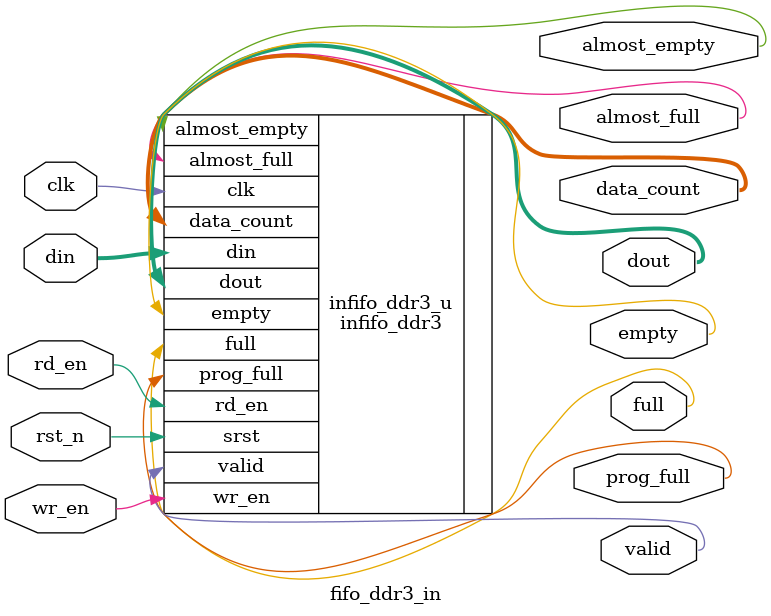
<source format=v>
module fifo_ddr3_in (
    input           clk,
    input           rst_n,
    input [511:0]   din,
    input           wr_en,
    input           rd_en,

    output [511:0]  dout,
	output 			valid,
    output          full,
    output          almost_full,
	output 			prog_full,
    output          empty,
    output          almost_empty,
    output [7:0]    data_count
    );

infifo_ddr3		infifo_ddr3_u(
    .srst					(rst_n)						,	// clear signal, High_active
	.clk					(clk)						,
	.din					(din)						,
	.wr_en					(wr_en)						,
	.rd_en					(rd_en)						,
	.full					(full)						,
	.almost_full			(almost_full)				,
	.prog_full				(prog_full)					,
	.empty					(empty)						,
	.almost_empty			(almost_empty)				,
	.dout					(dout)						,
	.valid					(valid)						,
	.data_count 			(data_count)
	);

endmodule // the end of fifo_ddr3_in

</source>
